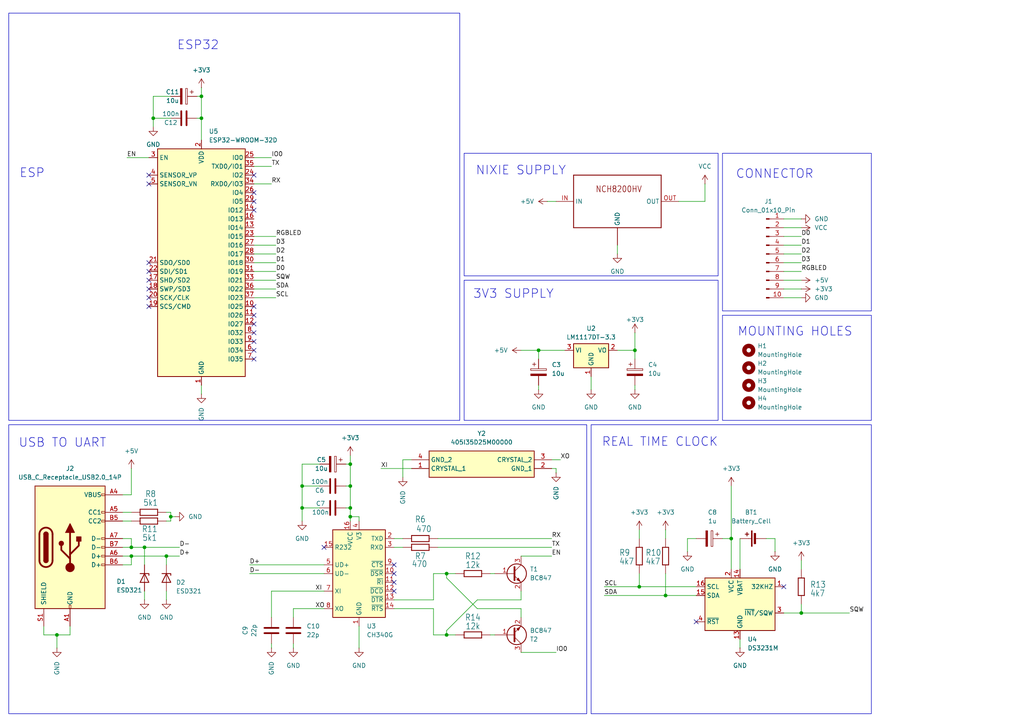
<source format=kicad_sch>
(kicad_sch (version 20250114) (generator "eeschema") (generator_version "9.0")
  (paper "A4")
  (lib_symbols
    (symbol "Connector:Conn_01x10_Pin" (pin_names (offset 1.016) (hide yes))
      (property "Reference" "J" (at 0 12.7 0))
      (property "Value" "Conn_01x10_Pin" (at 0 -15.24 0))
      (symbol "Conn_01x10_Pin_1_1"
        (rectangle (start 0.8636 10.287) (end 0 10.033) (stroke (width 0.1524)) (fill (type outline)))
        (rectangle (start 0.8636 7.747) (end 0 7.493) (stroke (width 0.1524)) (fill (type outline)))
        (rectangle (start 0.8636 5.207) (end 0 4.953) (stroke (width 0.1524)) (fill (type outline)))
        (rectangle (start 0.8636 2.667) (end 0 2.413) (stroke (width 0.1524)) (fill (type outline)))
        (rectangle (start 0.8636 0.127) (end 0 -0.127) (stroke (width 0.1524)) (fill (type outline)))
        (rectangle (start 0.8636 -2.413) (end 0 -2.667) (stroke (width 0.1524)) (fill (type outline)))
        (rectangle (start 0.8636 -4.953) (end 0 -5.207) (stroke (width 0.1524)) (fill (type outline)))
        (rectangle (start 0.8636 -7.493) (end 0 -7.747) (stroke (width 0.1524)) (fill (type outline)))
        (rectangle (start 0.8636 -10.033) (end 0 -10.287) (stroke (width 0.1524)) (fill (type outline)))
        (rectangle (start 0.8636 -12.573) (end 0 -12.827) (stroke (width 0.1524)) (fill (type outline)))
        (polyline (pts (xy 1.27 10.16) (xy 0.8636 10.16)) (stroke (width 0.1524)))
        (polyline (pts (xy 1.27 7.62) (xy 0.8636 7.62)) (stroke (width 0.1524)))
        (polyline (pts (xy 1.27 5.08) (xy 0.8636 5.08)) (stroke (width 0.1524)))
        (polyline (pts (xy 1.27 2.54) (xy 0.8636 2.54)) (stroke (width 0.1524)))
        (polyline (pts (xy 1.27 0) (xy 0.8636 0)) (stroke (width 0.1524)))
        (polyline (pts (xy 1.27 -2.54) (xy 0.8636 -2.54)) (stroke (width 0.1524)))
        (polyline (pts (xy 1.27 -5.08) (xy 0.8636 -5.08)) (stroke (width 0.1524)))
        (polyline (pts (xy 1.27 -7.62) (xy 0.8636 -7.62)) (stroke (width 0.1524)))
        (polyline (pts (xy 1.27 -10.16) (xy 0.8636 -10.16)) (stroke (width 0.1524)))
        (polyline (pts (xy 1.27 -12.7) (xy 0.8636 -12.7)) (stroke (width 0.1524)))
        (pin passive line (at 5.08 10.16 180) (length 3.81) (name "Pin_1") (number "1"))
        (pin passive line (at 5.08 7.62 180) (length 3.81) (name "Pin_2") (number "2"))
        (pin passive line (at 5.08 5.08 180) (length 3.81) (name "Pin_3") (number "3"))
        (pin passive line (at 5.08 2.54 180) (length 3.81) (name "Pin_4") (number "4"))
        (pin passive line (at 5.08 0 180) (length 3.81) (name "Pin_5") (number "5"))
        (pin passive line (at 5.08 -2.54 180) (length 3.81) (name "Pin_6") (number "6"))
        (pin passive line (at 5.08 -5.08 180) (length 3.81) (name "Pin_7") (number "7"))
        (pin passive line (at 5.08 -7.62 180) (length 3.81) (name "Pin_8") (number "8"))
        (pin passive line (at 5.08 -10.16 180) (length 3.81) (name "Pin_9") (number "9"))
        (pin passive line (at 5.08 -12.7 180) (length 3.81) (name "Pin_10") (number "10"))
      )
    )
    (symbol "Connector:USB_C_Receptacle_USB2.0_14P" (pin_names (offset 1.016))
      (property "Reference" "J" (at 0 22.225 0))
      (property "Value" "USB_C_Receptacle_USB2.0_14P" (at 0 19.685 0))
      (symbol "USB_C_Receptacle_USB2.0_14P_0_0"
        (rectangle (start -0.254 -17.78) (end 0.254 -16.764))
        (rectangle (start 10.16 15.494) (end 9.144 14.986))
        (rectangle (start 10.16 10.414) (end 9.144 9.906))
        (rectangle (start 10.16 7.874) (end 9.144 7.366))
        (rectangle (start 10.16 2.794) (end 9.144 2.286))
        (rectangle (start 10.16 0.254) (end 9.144 -0.254))
        (rectangle (start 10.16 -2.286) (end 9.144 -2.794))
        (rectangle (start 10.16 -4.826) (end 9.144 -5.334))
      )
      (symbol "USB_C_Receptacle_USB2.0_14P_0_1"
        (rectangle (start -10.16 17.78) (end 10.16 -17.78) (stroke (width 0.254)) (fill (type background)))
        (polyline (pts (xy -8.89 -3.81) (xy -8.89 3.81)) (stroke (width 0.508)))
        (rectangle (start -7.62 -3.81) (end -6.35 3.81) (stroke (width 0.254)) (fill (type outline)))
        (arc (start -7.62 3.81) (mid -6.985 4.4423) (end -6.35 3.81) (stroke (width 0.254)))
        (arc (start -7.62 3.81) (mid -6.985 4.4423) (end -6.35 3.81) (stroke (width 0.254)) (fill (type outline)))
        (arc (start -8.89 3.81) (mid -6.985 5.7067) (end -5.08 3.81) (stroke (width 0.508)))
        (arc (start -5.08 -3.81) (mid -6.985 -5.7067) (end -8.89 -3.81) (stroke (width 0.508)))
        (arc (start -6.35 -3.81) (mid -6.985 -4.4423) (end -7.62 -3.81) (stroke (width 0.254)))
        (arc (start -6.35 -3.81) (mid -6.985 -4.4423) (end -7.62 -3.81) (stroke (width 0.254)) (fill (type outline)))
        (polyline (pts (xy -5.08 3.81) (xy -5.08 -3.81)) (stroke (width 0.508)))
        (circle (center -2.54 1.143) (radius 0.635) (stroke (width 0.254)) (fill (type outline)))
        (polyline (pts (xy -1.27 4.318) (xy 0 6.858) (xy 1.27 4.318) (xy -1.27 4.318)) (stroke (width 0.254)) (fill (type outline)))
        (polyline (pts (xy 0 -2.032) (xy 2.54 0.508) (xy 2.54 1.778)) (stroke (width 0.508)))
        (polyline (pts (xy 0 -3.302) (xy -2.54 -0.762) (xy -2.54 0.508)) (stroke (width 0.508)))
        (polyline (pts (xy 0 -5.842) (xy 0 4.318)) (stroke (width 0.508)))
        (circle (center 0 -5.842) (radius 1.27) (fill (type outline)))
        (rectangle (start 1.905 1.778) (end 3.175 3.048) (stroke (width 0.254)) (fill (type outline)))
      )
      (symbol "USB_C_Receptacle_USB2.0_14P_1_1"
        (pin passive line (at -7.62 -22.86 90) (length 5.08) (name "SHIELD") (number "S1"))
        (pin passive line (at 0 -22.86 90) (length 5.08) (name "GND") (number "A1"))
        (pin passive line (at 0 -22.86 90) (length 5.08) (hide yes) (name "GND") (number "A12"))
        (pin passive line (at 0 -22.86 90) (length 5.08) (hide yes) (name "GND") (number "B1"))
        (pin passive line (at 0 -22.86 90) (length 5.08) (hide yes) (name "GND") (number "B12"))
        (pin passive line (at 15.24 15.24 180) (length 5.08) (name "VBUS") (number "A4"))
        (pin passive line (at 15.24 15.24 180) (length 5.08) (hide yes) (name "VBUS") (number "A9"))
        (pin passive line (at 15.24 15.24 180) (length 5.08) (hide yes) (name "VBUS") (number "B4"))
        (pin passive line (at 15.24 15.24 180) (length 5.08) (hide yes) (name "VBUS") (number "B9"))
        (pin bidirectional line (at 15.24 10.16 180) (length 5.08) (name "CC1") (number "A5"))
        (pin bidirectional line (at 15.24 7.62 180) (length 5.08) (name "CC2") (number "B5"))
        (pin bidirectional line (at 15.24 2.54 180) (length 5.08) (name "D-") (number "A7"))
        (pin bidirectional line (at 15.24 0 180) (length 5.08) (name "D-") (number "B7"))
        (pin bidirectional line (at 15.24 -2.54 180) (length 5.08) (name "D+") (number "A6"))
        (pin bidirectional line (at 15.24 -5.08 180) (length 5.08) (name "D+") (number "B6"))
      )
    )
    (symbol "Device:Battery_Cell" (pin_numbers (hide yes)) (pin_names (offset 0) (hide yes))
      (property "Reference" "BT" (at 2.54 2.54 0))
      (property "Value" "Battery_Cell" (at 2.54 0 0))
      (symbol "Battery_Cell_0_1"
        (rectangle (start -2.286 1.778) (end 2.286 1.524) (fill (type outline)))
        (rectangle (start -1.524 1.016) (end 1.524 0.508) (fill (type outline)))
        (polyline (pts (xy 0 1.778) (xy 0 2.54)))
        (polyline (pts (xy 0 0.762) (xy 0 0)))
        (polyline (pts (xy 0.762 3.048) (xy 1.778 3.048)) (stroke (width 0.254)))
        (polyline (pts (xy 1.27 3.556) (xy 1.27 2.54)) (stroke (width 0.254)))
      )
      (symbol "Battery_Cell_1_1"
        (pin passive line (at 0 5.08 270) (length 2.54) (name "+") (number "1"))
        (pin passive line (at 0 -2.54 90) (length 2.54) (name "-") (number "2"))
      )
    )
    (symbol "Device:C" (pin_numbers (hide yes)) (pin_names (offset 0.254))
      (property "Reference" "C" (at 0.635 2.54 0))
      (property "Value" "C" (at 0.635 -2.54 0))
      (symbol "C_0_1"
        (polyline (pts (xy -2.032 0.762) (xy 2.032 0.762)) (stroke (width 0.508)))
        (polyline (pts (xy -2.032 -0.762) (xy 2.032 -0.762)) (stroke (width 0.508)))
      )
      (symbol "C_1_1"
        (pin passive line (at 0 3.81 270) (length 2.794) (name "~") (number "1"))
        (pin passive line (at 0 -3.81 90) (length 2.794) (name "~") (number "2"))
      )
    )
    (symbol "Device:C_Polarized" (pin_numbers (hide yes)) (pin_names (offset 0.254))
      (property "Reference" "C" (at 0.635 2.54 0))
      (property "Value" "C_Polarized" (at 0.635 -2.54 0))
      (symbol "C_Polarized_0_1"
        (rectangle (start -2.286 0.508) (end 2.286 1.016))
        (polyline (pts (xy -1.778 2.286) (xy -0.762 2.286)))
        (polyline (pts (xy -1.27 2.794) (xy -1.27 1.778)))
        (rectangle (start 2.286 -0.508) (end -2.286 -1.016) (fill (type outline)))
      )
      (symbol "C_Polarized_1_1"
        (pin passive line (at 0 3.81 270) (length 2.794) (name "~") (number "1"))
        (pin passive line (at 0 -3.81 90) (length 2.794) (name "~") (number "2"))
      )
    )
    (symbol "Device:D_Zener" (pin_numbers (hide yes)) (pin_names (offset 1.016) (hide yes))
      (property "Reference" "D" (at 0 2.54 0))
      (property "Value" "D_Zener" (at 0 -2.54 0))
      (symbol "D_Zener_0_1"
        (polyline (pts (xy -1.27 -1.27) (xy -1.27 1.27) (xy -0.762 1.27)) (stroke (width 0.254)))
        (polyline (pts (xy 1.27 0) (xy -1.27 0)))
        (polyline (pts (xy 1.27 -1.27) (xy 1.27 1.27) (xy -1.27 0) (xy 1.27 -1.27)) (stroke (width 0.254)))
      )
      (symbol "D_Zener_1_1"
        (pin passive line (at -3.81 0 0) (length 2.54) (name "K") (number "1"))
        (pin passive line (at 3.81 0 180) (length 2.54) (name "A") (number "2"))
      )
    )
    (symbol "Interface_USB:CH340G"
      (property "Reference" "U" (at -5.08 13.97 0))
      (property "Value" "CH340G" (at 1.27 13.97 0))
      (symbol "CH340G_0_1"
        (rectangle (start -7.62 12.7) (end 7.62 -12.7) (stroke (width 0.254)) (fill (type background)))
      )
      (symbol "CH340G_1_1"
        (pin input line (at -10.16 7.62 0) (length 2.54) (name "R232") (number "15"))
        (pin bidirectional line (at -10.16 2.54 0) (length 2.54) (name "UD+") (number "5"))
        (pin bidirectional line (at -10.16 0 0) (length 2.54) (name "UD-") (number "6"))
        (pin input line (at -10.16 -5.08 0) (length 2.54) (name "XI") (number "7"))
        (pin output line (at -10.16 -10.16 0) (length 2.54) (name "XO") (number "8"))
        (pin power_in line (at -2.54 15.24 270) (length 2.54) (name "VCC") (number "16"))
        (pin power_out line (at 0 15.24 270) (length 2.54) (name "V3") (number "4"))
        (pin power_in line (at 0 -15.24 90) (length 2.54) (name "GND") (number "1"))
        (pin output line (at 10.16 10.16 180) (length 2.54) (name "TXD") (number "2"))
        (pin input line (at 10.16 7.62 180) (length 2.54) (name "RXD") (number "3"))
        (pin input line (at 10.16 2.54 180) (length 2.54) (name "~{CTS}") (number "9"))
        (pin input line (at 10.16 0 180) (length 2.54) (name "~{DSR}") (number "10"))
        (pin input line (at 10.16 -2.54 180) (length 2.54) (name "~{RI}") (number "11"))
        (pin input line (at 10.16 -5.08 180) (length 2.54) (name "~{DCD}") (number "12"))
        (pin output line (at 10.16 -7.62 180) (length 2.54) (name "~{DTR}") (number "13"))
        (pin output line (at 10.16 -10.16 180) (length 2.54) (name "~{RTS}") (number "14"))
      )
    )
    (symbol "Mechanical:MountingHole" (pin_names (offset 1.016)) (exclude_from_sim yes) (in_bom no)
      (property "Reference" "H" (at 0 5.08 0))
      (property "Value" "MountingHole" (at 0 3.175 0))
      (symbol "MountingHole_0_1"
        (circle (center 0 0) (radius 1.27) (stroke (width 1.27)))
      )
    )
    (symbol "RF_Module:ESP32-WROOM-32D"
      (property "Reference" "U" (at -12.7 34.29 0))
      (property "Value" "ESP32-WROOM-32D" (at 1.27 34.29 0))
      (symbol "ESP32-WROOM-32D_0_1"
        (rectangle (start -12.7 33.02) (end 12.7 -33.02) (stroke (width 0.254)) (fill (type background)))
      )
      (symbol "ESP32-WROOM-32D_1_1"
        (pin input line (at -15.24 30.48 0) (length 2.54) (name "EN") (number "3"))
        (pin input line (at -15.24 25.4 0) (length 2.54) (name "SENSOR_VP") (number "4"))
        (pin input line (at -15.24 22.86 0) (length 2.54) (name "SENSOR_VN") (number "5"))
        (pin bidirectional line (at -15.24 0 0) (length 2.54) (name "SDO/SD0") (number "21"))
        (pin bidirectional line (at -15.24 -2.54 0) (length 2.54) (name "SDI/SD1") (number "22"))
        (pin bidirectional line (at -15.24 -5.08 0) (length 2.54) (name "SHD/SD2") (number "17"))
        (pin bidirectional line (at -15.24 -7.62 0) (length 2.54) (name "SWP/SD3") (number "18"))
        (pin bidirectional line (at -15.24 -10.16 0) (length 2.54) (name "SCK/CLK") (number "20"))
        (pin bidirectional line (at -15.24 -12.7 0) (length 2.54) (name "SCS/CMD") (number "19"))
        (pin no_connect line (at -12.7 -27.94 0) (length 2.54) (hide yes) (name "NC") (number "32"))
        (pin power_in line (at 0 35.56 270) (length 2.54) (name "VDD") (number "2"))
        (pin power_in line (at 0 -35.56 90) (length 2.54) (name "GND") (number "1"))
        (pin passive line (at 0 -35.56 90) (length 2.54) (hide yes) (name "GND") (number "15"))
        (pin passive line (at 0 -35.56 90) (length 2.54) (hide yes) (name "GND") (number "38"))
        (pin passive line (at 0 -35.56 90) (length 2.54) (hide yes) (name "GND") (number "39"))
        (pin bidirectional line (at 15.24 30.48 180) (length 2.54) (name "IO0") (number "25"))
        (pin bidirectional line (at 15.24 27.94 180) (length 2.54) (name "TXD0/IO1") (number "35"))
        (pin bidirectional line (at 15.24 25.4 180) (length 2.54) (name "IO2") (number "24"))
        (pin bidirectional line (at 15.24 22.86 180) (length 2.54) (name "RXD0/IO3") (number "34"))
        (pin bidirectional line (at 15.24 20.32 180) (length 2.54) (name "IO4") (number "26"))
        (pin bidirectional line (at 15.24 17.78 180) (length 2.54) (name "IO5") (number "29"))
        (pin bidirectional line (at 15.24 15.24 180) (length 2.54) (name "IO12") (number "14"))
        (pin bidirectional line (at 15.24 12.7 180) (length 2.54) (name "IO13") (number "16"))
        (pin bidirectional line (at 15.24 10.16 180) (length 2.54) (name "IO14") (number "13"))
        (pin bidirectional line (at 15.24 7.62 180) (length 2.54) (name "IO15") (number "23"))
        (pin bidirectional line (at 15.24 5.08 180) (length 2.54) (name "IO16") (number "27"))
        (pin bidirectional line (at 15.24 2.54 180) (length 2.54) (name "IO17") (number "28"))
        (pin bidirectional line (at 15.24 0 180) (length 2.54) (name "IO18") (number "30"))
        (pin bidirectional line (at 15.24 -2.54 180) (length 2.54) (name "IO19") (number "31"))
        (pin bidirectional line (at 15.24 -5.08 180) (length 2.54) (name "IO21") (number "33"))
        (pin bidirectional line (at 15.24 -7.62 180) (length 2.54) (name "IO22") (number "36"))
        (pin bidirectional line (at 15.24 -10.16 180) (length 2.54) (name "IO23") (number "37"))
        (pin bidirectional line (at 15.24 -12.7 180) (length 2.54) (name "IO25") (number "10"))
        (pin bidirectional line (at 15.24 -15.24 180) (length 2.54) (name "IO26") (number "11"))
        (pin bidirectional line (at 15.24 -17.78 180) (length 2.54) (name "IO27") (number "12"))
        (pin bidirectional line (at 15.24 -20.32 180) (length 2.54) (name "IO32") (number "8"))
        (pin bidirectional line (at 15.24 -22.86 180) (length 2.54) (name "IO33") (number "9"))
        (pin input line (at 15.24 -25.4 180) (length 2.54) (name "IO34") (number "6"))
        (pin input line (at 15.24 -27.94 180) (length 2.54) (name "IO35") (number "7"))
      )
    )
    (symbol "Regulator_Linear:LM1117DT-3.3"
      (property "Reference" "U" (at -3.81 3.175 0))
      (property "Value" "LM1117DT-3.3" (at 0 3.175 0))
      (symbol "LM1117DT-3.3_0_1"
        (rectangle (start -5.08 -5.08) (end 5.08 1.905) (stroke (width 0.254)) (fill (type background)))
      )
      (symbol "LM1117DT-3.3_1_1"
        (pin power_in line (at -7.62 0 0) (length 2.54) (name "VI") (number "3"))
        (pin power_in line (at 0 -7.62 90) (length 2.54) (name "GND") (number "1"))
        (pin power_out line (at 7.62 0 180) (length 2.54) (name "VO") (number "2"))
      )
    )
    (symbol "Timer_RTC:DS3231M"
      (property "Reference" "U" (at -7.62 8.89 0))
      (property "Value" "DS3231M" (at 10.16 8.89 0))
      (symbol "DS3231M_0_1"
        (rectangle (start -10.16 7.62) (end 10.16 -7.62) (stroke (width 0.254)) (fill (type background)))
      )
      (symbol "DS3231M_1_1"
        (pin input line (at -12.7 5.08 0) (length 2.54) (name "SCL") (number "16"))
        (pin bidirectional line (at -12.7 2.54 0) (length 2.54) (name "SDA") (number "15"))
        (pin bidirectional line (at -12.7 -5.08 0) (length 2.54) (name "~{RST}") (number "4"))
        (pin power_in line (at -2.54 10.16 270) (length 2.54) (name "VCC") (number "2"))
        (pin power_in line (at 0 10.16 270) (length 2.54) (name "VBAT") (number "14"))
        (pin passive line (at 0 -10.16 90) (length 2.54) (hide yes) (name "GND") (number "10"))
        (pin passive line (at 0 -10.16 90) (length 2.54) (hide yes) (name "GND") (number "11"))
        (pin passive line (at 0 -10.16 90) (length 2.54) (hide yes) (name "GND") (number "12"))
        (pin power_in line (at 0 -10.16 90) (length 2.54) (name "GND") (number "13"))
        (pin passive line (at 0 -10.16 90) (length 2.54) (hide yes) (name "GND") (number "5"))
        (pin passive line (at 0 -10.16 90) (length 2.54) (hide yes) (name "GND") (number "6"))
        (pin passive line (at 0 -10.16 90) (length 2.54) (hide yes) (name "GND") (number "7"))
        (pin passive line (at 0 -10.16 90) (length 2.54) (hide yes) (name "GND") (number "8"))
        (pin passive line (at 0 -10.16 90) (length 2.54) (hide yes) (name "GND") (number "9"))
        (pin open_collector line (at 12.7 5.08 180) (length 2.54) (name "32KHZ") (number "1"))
        (pin open_collector line (at 12.7 -2.54 180) (length 2.54) (name "~{INT}/SQW") (number "3"))
      )
    )
    (symbol "Transistor_BJT:BC847" (pin_names (offset 0) (hide yes))
      (property "Reference" "Q" (at 5.08 1.905 0))
      (property "Value" "BC847" (at 5.08 0 0))
      (symbol "BC847_0_1"
        (polyline (pts (xy 0.635 1.905) (xy 0.635 -1.905) (xy 0.635 -1.905)) (stroke (width 0.508)))
        (polyline (pts (xy 0.635 0.635) (xy 2.54 2.54)))
        (polyline (pts (xy 0.635 -0.635) (xy 2.54 -2.54) (xy 2.54 -2.54)))
        (circle (center 1.27 0) (radius 2.8194) (stroke (width 0.254)))
        (polyline (pts (xy 1.27 -1.778) (xy 1.778 -1.27) (xy 2.286 -2.286) (xy 1.27 -1.778) (xy 1.27 -1.778)) (fill (type outline)))
      )
      (symbol "BC847_1_1"
        (pin input line (at -5.08 0 0) (length 5.715) (name "B") (number "1"))
        (pin passive line (at 2.54 5.08 270) (length 2.54) (name "C") (number "3"))
        (pin passive line (at 2.54 -5.08 90) (length 2.54) (name "E") (number "2"))
      )
    )
    (symbol "controlBoard-eagle-import:NCH8200HV"
      (symbol "NCH8200HV_1_0"
        (polyline (pts (xy 0 15.24) (xy 0 0)) (stroke (width 0.254)))
        (polyline (pts (xy 0 0) (xy 25.4 0)) (stroke (width 0.254)))
        (polyline (pts (xy 25.4 15.24) (xy 0 15.24)) (stroke (width 0.254)))
        (polyline (pts (xy 25.4 0) (xy 25.4 15.24)) (stroke (width 0.254)))
        (text "NCH8200HV" (at 6.35 10.16 0) (effects (font (size 1.778 1.5113)) (justify left bottom)))
        (pin bidirectional line (at -5.08 7.62 0) (length 5.08) (name "IN") (number "IN"))
        (pin bidirectional line (at 12.7 -5.08 90) (length 5.08) (name "GND") (number "GND@1"))
        (pin bidirectional line (at 12.7 -5.08 90) (length 5.08) (name "GND") (number "GND@2"))
        (pin bidirectional line (at 30.48 7.62 180) (length 5.08) (name "OUT") (number "OUT"))
      )
    )
    (symbol "controlBoard-eagle-import:R-EU_R0603"
      (property "Reference" "R" (at -3.81 1.4986 0))
      (symbol "R-EU_R0603_1_0"
        (polyline (pts (xy -2.54 -0.889) (xy -2.54 0.889)) (stroke (width 0.254)))
        (polyline (pts (xy -2.54 -0.889) (xy 2.54 -0.889)) (stroke (width 0.254)))
        (polyline (pts (xy 2.54 0.889) (xy -2.54 0.889)) (stroke (width 0.254)))
        (polyline (pts (xy 2.54 -0.889) (xy 2.54 0.889)) (stroke (width 0.254)))
        (pin passive line (at -5.08 0 0) (length 2.54) (name "1") (number "1"))
        (pin passive line (at 5.08 0 180) (length 2.54) (name "2") (number "2"))
      )
    )
    (symbol "cristal:405I35D25M00000"
      (property "Reference" "Y" (at 36.83 7.62 0))
      (property "Value" "405I35D25M00000" (at 36.83 5.08 0))
      (symbol "405I35D25M00000_1_1"
        (rectangle (start 5.08 2.54) (end 35.56 -5.08) (stroke (width 0.254)) (fill (type background)))
        (pin passive line (at 0 0 0) (length 5.08) (name "GND_2") (number "4"))
        (pin passive line (at 0 -2.54 0) (length 5.08) (name "CRYSTAL_1") (number "1"))
        (pin passive line (at 40.64 0 180) (length 5.08) (name "CRYSTAL_2") (number "3"))
        (pin passive line (at 40.64 -2.54 180) (length 5.08) (name "GND_1") (number "2"))
      )
    )
    (symbol "power:+3V3" (power) (pin_numbers (hide yes)) (pin_names (offset 0) (hide yes))
      (property "Value" "+3V3" (at 0 3.556 0))
      (symbol "+3V3_0_1"
        (polyline (pts (xy -0.762 1.27) (xy 0 2.54)))
        (polyline (pts (xy 0 2.54) (xy 0.762 1.27)))
        (polyline (pts (xy 0 0) (xy 0 2.54)))
      )
      (symbol "+3V3_1_1"
        (pin power_in line (at 0 0 90) (length 0) (name "~") (number "1"))
      )
    )
    (symbol "power:+5V" (power) (pin_numbers (hide yes)) (pin_names (offset 0) (hide yes))
      (property "Value" "+5V" (at 0 3.556 0))
      (symbol "+5V_0_1"
        (polyline (pts (xy -0.762 1.27) (xy 0 2.54)))
        (polyline (pts (xy 0 2.54) (xy 0.762 1.27)))
        (polyline (pts (xy 0 0) (xy 0 2.54)))
      )
      (symbol "+5V_1_1"
        (pin power_in line (at 0 0 90) (length 0) (name "~") (number "1"))
      )
    )
    (symbol "power:GND" (power) (pin_numbers (hide yes)) (pin_names (offset 0) (hide yes))
      (property "Value" "GND" (at 0 -3.81 0))
      (symbol "GND_0_1"
        (polyline (pts (xy 0 0) (xy 0 -1.27) (xy 1.27 -1.27) (xy 0 -2.54) (xy -1.27 -1.27) (xy 0 -1.27)))
      )
      (symbol "GND_1_1"
        (pin power_in line (at 0 0 270) (length 0) (name "~") (number "1"))
      )
    )
    (symbol "power:VCC" (power) (pin_numbers (hide yes)) (pin_names (offset 0) (hide yes))
      (property "Value" "VCC" (at 0 3.556 0))
      (symbol "VCC_0_1"
        (polyline (pts (xy -0.762 1.27) (xy 0 2.54)))
        (polyline (pts (xy 0 2.54) (xy 0.762 1.27)))
        (polyline (pts (xy 0 0) (xy 0 2.54)))
      )
      (symbol "VCC_1_1"
        (pin power_in line (at 0 0 90) (length 0) (name "~") (number "1"))
      )
    )
  )
  (rectangle (start 134.62 44.45) (end 208.28 80.01))
  (rectangle (start 134.62 81.28) (end 208.28 121.92))
  (rectangle (start 171.45 123.19) (end 252.73 207.01))
  (rectangle (start 209.55 44.45) (end 252.73 90.17))
  (rectangle (start 209.55 91.44) (end 252.73 121.92))
  (rectangle (start 2.54 3.81) (end 133.35 121.92))
  (rectangle (start 2.54 123.19) (end 170.18 207.01))
  (text "ESP32" (at 51.308 13.208 0) (effects (font (size 2.54 2.54)) (justify left)))
  (text "CONNECTOR" (at 213.36 50.546 0) (effects (font (size 2.54 2.54)) (justify left)))
  (text "NIXIE SUPPLY" (at 137.922 49.53 0) (effects (font (size 2.54 2.54)) (justify left)))
  (text "USB TO UART" (at 5.334 128.524 0) (effects (font (size 2.54 2.54)) (justify left)))
  (text "3V3 SUPPLY" (at 137.16 85.344 0) (effects (font (size 2.54 2.54)) (justify left)))
  (text "REAL TIME CLOCK" (at 174.498 128.27 0) (effects (font (size 2.54 2.54)) (justify left)))
  (text "MOUNTING HOLES" (at 213.868 96.266 0) (effects (font (size 2.54 2.54)) (justify left)))
  (text "ESP" (at 5.588 50.292 0) (effects (font (size 2.54 2.54)) (justify left)))
  (junction (at 156.21 101.6))
  (junction (at 101.6 149.86))
  (junction (at 58.42 27.94))
  (junction (at 38.1 161.29))
  (junction (at 232.41 177.8))
  (junction (at 101.6 140.97))
  (junction (at 184.15 101.6))
  (junction (at 16.51 184.15))
  (junction (at 58.42 34.29))
  (junction (at 212.09 156.21))
  (junction (at 193.04 172.72))
  (junction (at 101.6 134.62))
  (junction (at 41.91 158.75))
  (junction (at 44.45 34.29))
  (junction (at 101.6 147.32))
  (junction (at 185.42 170.18))
  (junction (at 129.54 184.15))
  (junction (at 129.54 166.37))
  (junction (at 48.26 161.29))
  (junction (at 38.1 158.75))
  (junction (at 87.63 140.97))
  (junction (at 87.63 147.32))
  (junction (at 49.53 149.86))
  (no_connect (at 114.3 166.37))
  (no_connect (at 73.66 58.42))
  (no_connect (at 73.66 96.52))
  (no_connect (at 43.18 78.74))
  (no_connect (at 73.66 88.9))
  (no_connect (at 73.66 50.8))
  (no_connect (at 114.3 168.91))
  (no_connect (at 43.18 76.2))
  (no_connect (at 73.66 55.88))
  (no_connect (at 43.18 81.28))
  (no_connect (at 73.66 99.06))
  (no_connect (at 73.66 60.96))
  (no_connect (at 43.18 88.9))
  (no_connect (at 114.3 163.83))
  (no_connect (at 114.3 171.45))
  (no_connect (at 73.66 91.44))
  (no_connect (at 93.98 158.75))
  (no_connect (at 43.18 53.34))
  (no_connect (at 73.66 101.6))
  (no_connect (at 73.66 104.14))
  (no_connect (at 73.66 93.98))
  (no_connect (at 227.33 170.18))
  (no_connect (at 201.93 180.34))
  (no_connect (at 43.18 86.36))
  (no_connect (at 43.18 50.8))
  (no_connect (at 43.18 83.82))
  (wire (pts (xy 16.51 184.15) (xy 20.32 184.15)))
  (wire (pts (xy 48.26 148.59) (xy 49.53 148.59)))
  (wire (pts (xy 199.39 156.21) (xy 199.39 160.02)))
  (wire (pts (xy 73.66 71.12) (xy 80.01 71.12)))
  (wire (pts (xy 224.79 156.21) (xy 224.79 160.02)))
  (wire (pts (xy 119.38 133.35) (xy 116.84 133.35)))
  (wire (pts (xy 232.41 177.8) (xy 246.38 177.8)))
  (wire (pts (xy 73.66 83.82) (xy 80.01 83.82)))
  (wire (pts (xy 184.15 96.52) (xy 184.15 101.6)))
  (wire (pts (xy 101.6 140.97) (xy 101.6 147.32)))
  (wire (pts (xy 35.56 151.13) (xy 38.1 151.13)))
  (wire (pts (xy 179.07 71.12) (xy 179.07 73.66)) (stroke (width 0.1524)))
  (wire (pts (xy 85.09 186.69) (xy 85.09 187.96)))
  (wire (pts (xy 85.09 176.53) (xy 85.09 179.07)))
  (wire (pts (xy 92.71 134.62) (xy 87.63 134.62)))
  (wire (pts (xy 48.26 161.29) (xy 48.26 163.83)))
  (wire (pts (xy 161.29 58.42) (xy 158.75 58.42)) (stroke (width 0.1524)))
  (wire (pts (xy 227.33 177.8) (xy 232.41 177.8)))
  (wire (pts (xy 78.74 171.45) (xy 93.98 171.45)))
  (wire (pts (xy 142.24 166.37) (xy 143.51 166.37)))
  (wire (pts (xy 58.42 27.94) (xy 58.42 34.29)))
  (wire (pts (xy 35.56 163.83) (xy 38.1 163.83)))
  (wire (pts (xy 151.13 171.45) (xy 151.13 173.99)))
  (wire (pts (xy 214.63 185.42) (xy 214.63 187.96)))
  (wire (pts (xy 227.33 71.12) (xy 232.41 71.12)))
  (wire (pts (xy 73.66 81.28) (xy 80.01 81.28)))
  (wire (pts (xy 151.13 176.53) (xy 151.13 179.07)))
  (wire (pts (xy 20.32 181.61) (xy 20.32 184.15)))
  (wire (pts (xy 227.33 81.28) (xy 232.41 81.28)))
  (wire (pts (xy 73.66 86.36) (xy 80.01 86.36)))
  (wire (pts (xy 36.83 45.72) (xy 43.18 45.72)))
  (wire (pts (xy 35.56 158.75) (xy 38.1 158.75)))
  (wire (pts (xy 171.45 109.22) (xy 171.45 113.03)))
  (wire (pts (xy 48.26 171.45) (xy 48.26 173.99)))
  (wire (pts (xy 160.02 135.89) (xy 161.29 135.89)))
  (wire (pts (xy 44.45 27.94) (xy 49.53 27.94)))
  (wire (pts (xy 57.15 27.94) (xy 58.42 27.94)))
  (wire (pts (xy 73.66 48.26) (xy 78.74 48.26)))
  (wire (pts (xy 87.63 134.62) (xy 87.63 140.97)))
  (wire (pts (xy 114.3 158.75) (xy 116.84 158.75)))
  (wire (pts (xy 214.63 156.21) (xy 214.63 165.1)))
  (wire (pts (xy 184.15 101.6) (xy 184.15 104.14)))
  (wire (pts (xy 38.1 156.21) (xy 38.1 158.75)))
  (wire (pts (xy 116.84 133.35) (xy 116.84 138.43)))
  (wire (pts (xy 35.56 148.59) (xy 38.1 148.59)))
  (wire (pts (xy 41.91 158.75) (xy 41.91 163.83)))
  (wire (pts (xy 151.13 173.99) (xy 138.43 173.99)))
  (wire (pts (xy 48.26 161.29) (xy 52.07 161.29)))
  (wire (pts (xy 227.33 83.82) (xy 232.41 83.82)))
  (wire (pts (xy 73.66 68.58) (xy 80.01 68.58)))
  (wire (pts (xy 199.39 156.21) (xy 201.93 156.21)))
  (wire (pts (xy 78.74 179.07) (xy 78.74 171.45)))
  (wire (pts (xy 156.21 101.6) (xy 156.21 104.14)))
  (wire (pts (xy 125.73 184.15) (xy 129.54 184.15)))
  (wire (pts (xy 185.42 170.18) (xy 201.93 170.18)))
  (wire (pts (xy 129.54 166.37) (xy 132.08 166.37)))
  (wire (pts (xy 49.53 148.59) (xy 49.53 149.86)))
  (wire (pts (xy 73.66 73.66) (xy 80.01 73.66)))
  (wire (pts (xy 73.66 53.34) (xy 78.74 53.34)))
  (wire (pts (xy 209.55 156.21) (xy 212.09 156.21)))
  (wire (pts (xy 179.07 101.6) (xy 184.15 101.6)))
  (wire (pts (xy 44.45 34.29) (xy 44.45 36.83)))
  (wire (pts (xy 12.7 181.61) (xy 12.7 184.15)))
  (wire (pts (xy 129.54 166.37) (xy 129.54 167.64)))
  (wire (pts (xy 41.91 158.75) (xy 52.07 158.75)))
  (wire (pts (xy 38.1 158.75) (xy 41.91 158.75)))
  (wire (pts (xy 73.66 78.74) (xy 80.01 78.74)))
  (wire (pts (xy 104.14 181.61) (xy 104.14 187.96)))
  (wire (pts (xy 101.6 132.08) (xy 101.6 134.62)))
  (wire (pts (xy 101.6 147.32) (xy 101.6 149.86)))
  (wire (pts (xy 104.14 149.86) (xy 104.14 151.13)))
  (wire (pts (xy 161.29 135.89) (xy 161.29 137.16)))
  (wire (pts (xy 193.04 153.67) (xy 193.04 156.21)))
  (wire (pts (xy 227.33 66.04) (xy 232.41 66.04)))
  (wire (pts (xy 87.63 151.13) (xy 87.63 147.32)))
  (wire (pts (xy 138.43 173.99) (xy 129.54 182.88)))
  (wire (pts (xy 185.42 153.67) (xy 185.42 156.21)))
  (wire (pts (xy 114.3 176.53) (xy 125.73 176.53)))
  (wire (pts (xy 101.6 134.62) (xy 101.6 140.97)))
  (wire (pts (xy 12.7 184.15) (xy 16.51 184.15)))
  (wire (pts (xy 151.13 101.6) (xy 156.21 101.6)))
  (wire (pts (xy 227.33 63.5) (xy 232.41 63.5)))
  (wire (pts (xy 193.04 172.72) (xy 201.93 172.72)))
  (wire (pts (xy 196.85 58.42) (xy 204.47 58.42)) (stroke (width 0.1524)))
  (wire (pts (xy 212.09 140.97) (xy 212.09 156.21)))
  (wire (pts (xy 114.3 156.21) (xy 116.84 156.21)))
  (wire (pts (xy 138.43 176.53) (xy 129.54 167.64)))
  (wire (pts (xy 125.73 166.37) (xy 125.73 173.99)))
  (wire (pts (xy 73.66 76.2) (xy 80.01 76.2)))
  (wire (pts (xy 193.04 166.37) (xy 193.04 172.72)))
  (wire (pts (xy 48.26 151.13) (xy 49.53 151.13)))
  (wire (pts (xy 72.39 166.37) (xy 93.98 166.37)))
  (wire (pts (xy 72.39 163.83) (xy 93.98 163.83)))
  (wire (pts (xy 41.91 171.45) (xy 41.91 173.99)))
  (wire (pts (xy 156.21 111.76) (xy 156.21 113.03)))
  (wire (pts (xy 78.74 187.96) (xy 78.74 186.69)))
  (wire (pts (xy 73.66 45.72) (xy 78.74 45.72)))
  (wire (pts (xy 125.73 176.53) (xy 125.73 184.15)))
  (wire (pts (xy 49.53 34.29) (xy 44.45 34.29)))
  (wire (pts (xy 100.33 134.62) (xy 101.6 134.62)))
  (wire (pts (xy 49.53 149.86) (xy 50.8 149.86)))
  (wire (pts (xy 227.33 68.58) (xy 232.41 68.58)))
  (wire (pts (xy 35.56 156.21) (xy 38.1 156.21)))
  (wire (pts (xy 87.63 147.32) (xy 92.71 147.32)))
  (wire (pts (xy 57.15 34.29) (xy 58.42 34.29)))
  (wire (pts (xy 175.26 170.18) (xy 185.42 170.18)))
  (wire (pts (xy 232.41 175.26) (xy 232.41 177.8)))
  (wire (pts (xy 127 156.21) (xy 160.02 156.21)))
  (wire (pts (xy 151.13 176.53) (xy 138.43 176.53)))
  (wire (pts (xy 49.53 149.86) (xy 49.53 151.13)))
  (wire (pts (xy 58.42 34.29) (xy 58.42 40.64)))
  (wire (pts (xy 58.42 111.76) (xy 58.42 114.3)))
  (wire (pts (xy 87.63 140.97) (xy 87.63 147.32)))
  (wire (pts (xy 35.56 161.29) (xy 38.1 161.29)))
  (wire (pts (xy 204.47 58.42) (xy 204.47 53.34)) (stroke (width 0.1524)))
  (wire (pts (xy 92.71 140.97) (xy 87.63 140.97)))
  (wire (pts (xy 227.33 76.2) (xy 232.41 76.2)))
  (wire (pts (xy 151.13 161.29) (xy 160.02 161.29)))
  (wire (pts (xy 212.09 156.21) (xy 212.09 165.1)))
  (wire (pts (xy 85.09 176.53) (xy 93.98 176.53)))
  (wire (pts (xy 129.54 182.88) (xy 129.54 184.15)))
  (wire (pts (xy 129.54 184.15) (xy 132.08 184.15)))
  (wire (pts (xy 184.15 111.76) (xy 184.15 113.03)))
  (wire (pts (xy 114.3 173.99) (xy 125.73 173.99)))
  (wire (pts (xy 110.49 135.89) (xy 119.38 135.89)))
  (wire (pts (xy 175.26 172.72) (xy 193.04 172.72)))
  (wire (pts (xy 101.6 149.86) (xy 104.14 149.86)))
  (wire (pts (xy 38.1 143.51) (xy 38.1 135.89)))
  (wire (pts (xy 232.41 162.56) (xy 232.41 165.1)))
  (wire (pts (xy 16.51 184.15) (xy 16.51 187.96)))
  (wire (pts (xy 38.1 161.29) (xy 38.1 163.83)))
  (wire (pts (xy 227.33 73.66) (xy 232.41 73.66)))
  (wire (pts (xy 101.6 149.86) (xy 101.6 151.13)))
  (wire (pts (xy 185.42 166.37) (xy 185.42 170.18)))
  (wire (pts (xy 222.25 156.21) (xy 224.79 156.21)))
  (wire (pts (xy 151.13 189.23) (xy 161.29 189.23)))
  (wire (pts (xy 58.42 25.4) (xy 58.42 27.94)))
  (wire (pts (xy 156.21 101.6) (xy 163.83 101.6)))
  (wire (pts (xy 142.24 184.15) (xy 143.51 184.15)))
  (wire (pts (xy 125.73 166.37) (xy 129.54 166.37)))
  (wire (pts (xy 44.45 27.94) (xy 44.45 34.29)))
  (wire (pts (xy 100.33 147.32) (xy 101.6 147.32)))
  (wire (pts (xy 100.33 140.97) (xy 101.6 140.97)))
  (wire (pts (xy 38.1 161.29) (xy 48.26 161.29)))
  (wire (pts (xy 227.33 78.74) (xy 232.41 78.74)))
  (wire (pts (xy 160.02 133.35) (xy 162.56 133.35)))
  (wire (pts (xy 35.56 143.51) (xy 38.1 143.51)))
  (wire (pts (xy 227.33 86.36) (xy 232.41 86.36)))
  (wire (pts (xy 127 158.75) (xy 160.02 158.75)))
  (label "EN" (at 160.02 161.29 0))
  (label "D3" (at 80.01 71.12 0))
  (label "D2" (at 80.01 73.66 0))
  (label "RGBLED" (at 232.41 78.74 0))
  (label "D0" (at 80.01 78.74 0))
  (label "D-" (at 72.39 166.37 0))
  (label "XO" (at 162.56 133.35 0))
  (label "D+" (at 52.07 161.29 0))
  (label "SDA" (at 175.26 172.72 0))
  (label "D2" (at 232.41 73.66 0))
  (label "IO0" (at 78.74 45.72 0))
  (label "D1" (at 232.41 71.12 0))
  (label "SQW" (at 246.38 177.8 0))
  (label "RX" (at 78.74 53.34 0))
  (label "D3" (at 232.41 76.2 0))
  (label "SQW" (at 80.01 81.28 0))
  (label "D1" (at 80.01 76.2 0))
  (label "EN" (at 36.83 45.72 0))
  (label "RGBLED" (at 80.01 68.58 0))
  (label "TX" (at 78.74 48.26 0))
  (label "RX" (at 160.02 156.21 0))
  (label "IO0" (at 161.29 189.23 0))
  (label "TX" (at 160.02 158.75 0))
  (label "D+" (at 72.39 163.83 0))
  (label "SDA" (at 80.01 83.82 0))
  (label "SCL" (at 80.01 86.36 0))
  (label "XI" (at 91.44 171.45 0))
  (label "D-" (at 52.07 158.75 0))
  (label "XI" (at 110.49 135.89 0))
  (label "D0" (at 232.41 68.58 0))
  (label "SCL" (at 175.26 170.18 0))
  (label "XO" (at 91.44 176.53 0))
  (symbol (lib_id "power:GND") (at 78.74 187.96 0) (unit 1)
    (property "Reference" "#PWR033" (effects (hide yes)))
    (property "Value" "GND" (at 78.7399 191.77 90) (effects (justify right)))
    (property "Description" "Power symbol creates a global label with name \"GND\" , ground" (effects (hide yes)))
  )
  (symbol (lib_id "power:GND") (at 87.63 151.13 0) (unit 1)
    (property "Reference" "#PWR024" (effects (hide yes)))
    (property "Value" "GND" (at 87.63 156.21 0))
    (property "Description" "Power symbol creates a global label with name \"GND\" , ground" (effects (hide yes)))
  )
  (symbol (lib_id "Mechanical:MountingHole") (at 217.17 101.6 0) (unit 1) (exclude_from_sim yes) (in_bom no)
    (property "Reference" "H1" (at 219.71 100.3299 0) (effects (justify left)))
    (property "Value" "MountingHole" (at 219.71 102.8699 0) (effects (justify left)))
    (property "Footprint" "MountingHole:MountingHole_3.2mm_M3" (effects (hide yes)))
    (property "Description" "Mounting Hole without connection" (effects (hide yes)))
  )
  (symbol (lib_id "power:GND") (at 50.8 149.86 90) (unit 1)
    (property "Reference" "#PWR029" (effects (hide yes)))
    (property "Value" "GND" (at 54.61 149.8599 90) (effects (justify right)))
    (property "Description" "Power symbol creates a global label with name \"GND\" , ground" (effects (hide yes)))
  )
  (symbol (lib_id "power:VCC") (at 204.47 53.34 0) (unit 1)
    (property "Reference" "#PWR01" (effects (hide yes)))
    (property "Value" "VCC" (at 204.47 48.26 0))
    (property "Description" "Power symbol creates a global label with name \"VCC\"" (effects (hide yes)))
  )
  (symbol (lib_id "Transistor_BJT:BC847") (at 148.59 166.37 0) (unit 1)
    (property "Reference" "T1" (at 153.67 165.0999 0) (effects (justify left)))
    (property "Value" "BC847" (at 153.67 167.6399 0) (effects (justify left)))
    (property "Footprint" "Package_TO_SOT_SMD:SOT-23" (effects (hide yes)))
    (property "Datasheet" "http://www.infineon.com/dgdl/Infineon-BC847SERIES_BC848SERIES_BC849SERIES_BC850SERIES-DS-v01_01-en.pdf?fileId=db3a304314dca389011541d4630a1657" (effects (hide yes)))
    (property "Description" "0.1A Ic, 45V Vce, NPN Transistor, SOT-23" (effects (hide yes)))
  )
  (symbol (lib_id "Mechanical:MountingHole") (at 217.17 116.84 0) (unit 1) (exclude_from_sim yes) (in_bom no)
    (property "Reference" "H4" (at 219.71 115.5699 0) (effects (justify left)))
    (property "Value" "MountingHole" (at 219.71 118.1099 0) (effects (justify left)))
    (property "Footprint" "MountingHole:MountingHole_3.2mm_M3" (effects (hide yes)))
    (property "Description" "Mounting Hole without connection" (effects (hide yes)))
  )
  (symbol (lib_id "controlBoard-eagle-import:R-EU_R0603") (at 193.04 161.29 90) (unit 1)
    (property "Reference" "R10" (at 187.198 160.274 90) (effects (font (size 1.778 1.5113)) (justify right)))
    (property "Value" "4k7" (at 187.198 162.814 90) (effects (font (size 1.778 1.5113)) (justify right)))
    (property "Footprint" "Resistor_SMD:R_0603_1608Metric" (effects (hide yes)))
    (property "Description" "RESISTOR, European symbol" (effects (hide yes)))
  )
  (symbol (lib_id "Device:C") (at 78.74 182.88 0) (unit 1)
    (property "Reference" "C9" (at 71.12 182.88 90))
    (property "Value" "22p" (at 73.66 182.88 90))
    (property "Footprint" "Capacitor_SMD:C_0603_1608Metric" (effects (hide yes)))
    (property "Description" "Unpolarized capacitor" (effects (hide yes)))
  )
  (symbol (lib_id "power:GND") (at 224.79 160.02 0) (unit 1)
    (property "Reference" "#PWR028" (effects (hide yes)))
    (property "Value" "GND" (at 224.79 165.1 0))
    (property "Description" "Power symbol creates a global label with name \"GND\" , ground" (effects (hide yes)))
  )
  (symbol (lib_id "power:GND") (at 232.41 63.5 90) (unit 1)
    (property "Reference" "#PWR04" (effects (hide yes)))
    (property "Value" "GND" (at 236.22 63.4999 90) (effects (justify right)))
    (property "Description" "Power symbol creates a global label with name \"GND\" , ground" (effects (hide yes)))
  )
  (symbol (lib_id "controlBoard-eagle-import:R-EU_R0603") (at 43.18 148.59 0) (unit 1)
    (property "Reference" "R8" (at 43.688 143.256 0) (effects (font (size 1.778 1.5113))))
    (property "Value" "5k1" (at 43.688 145.796 0) (effects (font (size 1.778 1.5113))))
    (property "Footprint" "Resistor_SMD:R_0603_1608Metric" (effects (hide yes)))
    (property "Description" "RESISTOR, European symbol" (effects (hide yes)))
  )
  (symbol (lib_id "power:GND") (at 199.39 160.02 0) (unit 1)
    (property "Reference" "#PWR027" (effects (hide yes)))
    (property "Value" "GND" (at 199.39 165.1 0))
    (property "Description" "Power symbol creates a global label with name \"GND\" , ground" (effects (hide yes)))
  )
  (symbol (lib_id "power:GND") (at 171.45 113.03 0) (unit 1)
    (property "Reference" "#PWR019" (effects (hide yes)))
    (property "Value" "GND" (at 171.45 118.11 0))
    (property "Description" "Power symbol creates a global label with name \"GND\" , ground" (effects (hide yes)))
  )
  (symbol (lib_id "Connector:USB_C_Receptacle_USB2.0_14P") (at 20.32 158.75 0) (unit 1)
    (property "Reference" "J2" (at 20.32 135.89 0))
    (property "Value" "USB_C_Receptacle_USB2.0_14P" (at 20.32 138.43 0))
    (property "Footprint" "Connector_USB:USB_C_Receptacle_GCT_USB4105-xx-A_16P_TopMnt_Horizontal" (effects (hide yes)))
    (property "Datasheet" "https://www.usb.org/sites/default/files/documents/usb_type-c.zip" (effects (hide yes)))
    (property "Description" "USB 2.0-only 14P Type-C Receptacle connector" (effects (hide yes)))
  )
  (symbol (lib_id "controlBoard-eagle-import:R-EU_R0603") (at 137.16 166.37 0) (unit 1)
    (property "Reference" "R12" (at 137.16 161.29 0) (effects (font (size 1.778 1.5113))))
    (property "Value" "12k" (at 137.16 163.83 0) (effects (font (size 1.778 1.5113))))
    (property "Footprint" "Resistor_SMD:R_0603_1608Metric" (effects (hide yes)))
    (property "Description" "RESISTOR, European symbol" (effects (hide yes)))
  )
  (symbol (lib_id "power:GND") (at 214.63 187.96 0) (unit 1)
    (property "Reference" "#PWR036" (effects (hide yes)))
    (property "Value" "GND" (at 214.63 193.04 0))
    (property "Description" "Power symbol creates a global label with name \"GND\" , ground" (effects (hide yes)))
  )
  (symbol (lib_id "power:+3V3") (at 58.42 25.4 0) (unit 1)
    (property "Reference" "#PWR039" (effects (hide yes)))
    (property "Value" "+3V3" (at 58.42 20.32 0))
    (property "Description" "Power symbol creates a global label with name \"+3V3\"" (effects (hide yes)))
  )
  (symbol (lib_id "power:GND") (at 161.29 137.16 0) (unit 1)
    (property "Reference" "#PWR041" (effects (hide yes)))
    (property "Value" "GND" (at 161.2899 140.97 90) (effects (justify right)))
    (property "Description" "Power symbol creates a global label with name \"GND\" , ground" (effects (hide yes)))
  )
  (symbol (lib_id "cristal:405I35D25M00000") (at 119.38 133.35 0) (unit 1)
    (property "Reference" "Y2" (at 139.7 125.73 0))
    (property "Value" "405I35D25M00000" (at 139.7 128.27 0))
    (property "Footprint" "405I35D25M00000" (effects (hide yes)))
    (property "Datasheet" "https://datasheet.datasheetarchive.com/originals/dk/DKDS-12/236326.pdf" (effects (hide yes)))
    (property "Description" "Crystals 25MHz 30ppm 18pF -40C + 85C" (effects (hide yes)))
    (property "Height" "1" (effects (hide yes)))
    (property "Mouser Part Number" "774-405I35D25M00000" (effects (hide yes)))
    (property "Mouser Price/Stock" "https://www.mouser.co.uk/ProductDetail/CTS-Electronic-Components/405I35D25M00000?qs=PDIOggHaj2xB36St46TZ9g%3D%3D" (effects (hide yes)))
    (property "Manufacturer_Name" "CTS" (effects (hide yes)))
    (property "Manufacturer_Part_Number" "405I35D25M00000" (effects (hide yes)))
  )
  (symbol (lib_id "Device:C_Polarized") (at 156.21 107.95 0) (unit 1)
    (property "Reference" "C3" (at 160.02 105.7909 0) (effects (justify left)))
    (property "Value" "10u" (at 160.02 108.3309 0) (effects (justify left)))
    (property "Footprint" "Capacitor_Tantalum_SMD:CP_EIA-3216-10_Kemet-I" (effects (hide yes)))
    (property "Description" "Polarized capacitor" (effects (hide yes)))
  )
  (symbol (lib_id "controlBoard-eagle-import:NCH8200HV") (at 166.37 66.04 0) (unit 1)
    (property "Reference" "UNK1" (effects (hide yes)))
    (property "Value" "NCH8200HV" (effects (hide yes)))
    (property "Footprint" "controlBoard:NCH8200HV" (effects (hide yes)))
  )
  (symbol (lib_id "Device:C") (at 85.09 182.88 0) (unit 1)
    (property "Reference" "C10" (at 88.9 181.6099 0) (effects (justify left)))
    (property "Value" "22p" (at 88.9 184.1499 0) (effects (justify left)))
    (property "Footprint" "Capacitor_SMD:C_0603_1608Metric" (effects (hide yes)))
    (property "Description" "Unpolarized capacitor" (effects (hide yes)))
  )
  (symbol (lib_id "Transistor_BJT:BC847") (at 148.59 184.15 0) (mirror x) (unit 1)
    (property "Reference" "T2" (at 153.67 185.4201 0) (effects (justify left)))
    (property "Value" "BC847" (at 153.67 182.8801 0) (effects (justify left)))
    (property "Footprint" "Package_TO_SOT_SMD:SOT-23" (effects (hide yes)))
    (property "Datasheet" "http://www.infineon.com/dgdl/Infineon-BC847SERIES_BC848SERIES_BC849SERIES_BC850SERIES-DS-v01_01-en.pdf?fileId=db3a304314dca389011541d4630a1657" (effects (hide yes)))
    (property "Description" "0.1A Ic, 45V Vce, NPN Transistor, SOT-23" (effects (hide yes)))
  )
  (symbol (lib_id "power:GND") (at 85.09 187.96 0) (unit 1)
    (property "Reference" "#PWR034" (effects (hide yes)))
    (property "Value" "GND" (at 85.09 193.04 0))
    (property "Description" "Power symbol creates a global label with name \"GND\" , ground" (effects (hide yes)))
  )
  (symbol (lib_id "power:VCC") (at 232.41 66.04 270) (unit 1)
    (property "Reference" "#PWR06" (effects (hide yes)))
    (property "Value" "VCC" (at 236.22 66.0399 90) (effects (justify left)))
    (property "Description" "Power symbol creates a global label with name \"VCC\"" (effects (hide yes)))
  )
  (symbol (lib_id "power:GND") (at 184.15 113.03 0) (unit 1)
    (property "Reference" "#PWR020" (effects (hide yes)))
    (property "Value" "GND" (at 184.15 118.11 0))
    (property "Description" "Power symbol creates a global label with name \"GND\" , ground" (effects (hide yes)))
  )
  (symbol (lib_id "power:+3V3") (at 185.42 153.67 0) (unit 1)
    (property "Reference" "#PWR025" (effects (hide yes)))
    (property "Value" "+3V3" (at 185.42 148.59 0))
    (property "Description" "Power symbol creates a global label with name \"+3V3\"" (effects (hide yes)))
  )
  (symbol (lib_id "power:GND") (at 156.21 113.03 0) (unit 1)
    (property "Reference" "#PWR018" (effects (hide yes)))
    (property "Value" "GND" (at 156.21 118.11 0))
    (property "Description" "Power symbol creates a global label with name \"GND\" , ground" (effects (hide yes)))
  )
  (symbol (lib_id "Device:C") (at 96.52 140.97 270) (unit 1)
    (property "Reference" "C6" (at 92.71 142.24 90))
    (property "Value" "100n" (at 92.71 139.7 90))
    (property "Footprint" "Capacitor_SMD:C_0603_1608Metric" (effects (hide yes)))
    (property "Description" "Unpolarized capacitor" (effects (hide yes)))
  )
  (symbol (lib_id "power:+5V") (at 232.41 81.28 270) (unit 1)
    (property "Reference" "#PWR09" (effects (hide yes)))
    (property "Value" "+5V" (at 236.22 81.2799 90) (effects (justify left)))
    (property "Description" "Power symbol creates a global label with name \"+5V\"" (effects (hide yes)))
  )
  (symbol (lib_id "Device:Battery_Cell") (at 219.71 156.21 90) (unit 1)
    (property "Reference" "BT1" (at 217.8685 148.59 90))
    (property "Value" "Battery_Cell" (at 217.8685 151.13 90))
    (property "Footprint" "Battery:BatteryHolder_MYOUNG_BS-07-A1BJ001_CR2032" (effects (hide yes)))
    (property "Description" "Single-cell battery" (effects (hide yes)))
  )
  (symbol (lib_id "Mechanical:MountingHole") (at 217.17 106.68 0) (unit 1) (exclude_from_sim yes) (in_bom no)
    (property "Reference" "H2" (at 219.71 105.4099 0) (effects (justify left)))
    (property "Value" "MountingHole" (at 219.71 107.9499 0) (effects (justify left)))
    (property "Footprint" "MountingHole:MountingHole_3.2mm_M3" (effects (hide yes)))
    (property "Description" "Mounting Hole without connection" (effects (hide yes)))
  )
  (symbol (lib_id "controlBoard-eagle-import:R-EU_R0603") (at 121.92 156.21 0) (unit 1)
    (property "Reference" "R6" (at 121.92 150.622 0) (effects (font (size 1.778 1.5113))))
    (property "Value" "470" (at 122.936 153.416 0) (effects (font (size 1.778 1.5113))))
    (property "Footprint" "Resistor_SMD:R_0603_1608Metric" (effects (hide yes)))
    (property "Description" "RESISTOR, European symbol" (effects (hide yes)))
  )
  (symbol (lib_id "power:+5V") (at 38.1 135.89 0) (unit 1)
    (property "Reference" "#PWR023" (effects (hide yes)))
    (property "Value" "+5V" (at 38.1 130.81 0))
    (property "Description" "Power symbol creates a global label with name \"+5V\"" (effects (hide yes)))
  )
  (symbol (lib_id "power:GND") (at 104.14 187.96 0) (unit 1)
    (property "Reference" "#PWR035" (effects (hide yes)))
    (property "Value" "GND" (at 104.14 193.04 0))
    (property "Description" "Power symbol creates a global label with name \"GND\" , ground" (effects (hide yes)))
  )
  (symbol (lib_id "power:GND") (at 58.42 114.3 0) (unit 1)
    (property "Reference" "#PWR040" (effects (hide yes)))
    (property "Value" "GND" (at 58.4199 118.11 90) (effects (justify right)))
    (property "Description" "Power symbol creates a global label with name \"GND\" , ground" (effects (hide yes)))
  )
  (symbol (lib_id "power:+3V3") (at 184.15 96.52 0) (unit 1)
    (property "Reference" "#PWR012" (effects (hide yes)))
    (property "Value" "+3V3" (at 184.15 92.71 0))
    (property "Description" "Power symbol creates a global label with name \"+3V3\"" (effects (hide yes)))
  )
  (symbol (lib_id "power:+3V3") (at 232.41 162.56 0) (unit 1)
    (property "Reference" "#PWR030" (effects (hide yes)))
    (property "Value" "+3V3" (at 232.41 157.48 0))
    (property "Description" "Power symbol creates a global label with name \"+3V3\"" (effects (hide yes)))
  )
  (symbol (lib_id "Device:C_Polarized") (at 53.34 27.94 270) (unit 1)
    (property "Reference" "C11" (at 50.038 26.67 90))
    (property "Value" "10u" (at 50.038 29.21 90))
    (property "Footprint" "Capacitor_Tantalum_SMD:CP_EIA-3216-10_Kemet-I" (effects (hide yes)))
    (property "Description" "Polarized capacitor" (effects (hide yes)))
  )
  (symbol (lib_id "power:GND") (at 48.26 173.99 0) (unit 1)
    (property "Reference" "#PWR037" (effects (hide yes)))
    (property "Value" "GND" (at 48.26 179.07 0))
    (property "Description" "Power symbol creates a global label with name \"GND\" , ground" (effects (hide yes)))
  )
  (symbol (lib_id "power:GND") (at 232.41 86.36 90) (unit 1)
    (property "Reference" "#PWR011" (effects (hide yes)))
    (property "Value" "GND" (at 236.22 86.3599 90) (effects (justify right)))
    (property "Description" "Power symbol creates a global label with name \"GND\" , ground" (effects (hide yes)))
  )
  (symbol (lib_id "power:+3V3") (at 212.09 140.97 0) (unit 1)
    (property "Reference" "#PWR022" (effects (hide yes)))
    (property "Value" "+3V3" (at 212.09 135.89 0))
    (property "Description" "Power symbol creates a global label with name \"+3V3\"" (effects (hide yes)))
  )
  (symbol (lib_id "Device:C_Polarized") (at 96.52 134.62 270) (unit 1)
    (property "Reference" "C5" (at 93.218 133.35 90))
    (property "Value" "10u" (at 93.218 135.89 90))
    (property "Footprint" "Capacitor_Tantalum_SMD:CP_EIA-3216-10_Kemet-I" (effects (hide yes)))
    (property "Description" "Polarized capacitor" (effects (hide yes)))
  )
  (symbol (lib_id "power:GND") (at 179.07 73.66 0) (unit 1)
    (property "Reference" "#PWR08" (effects (hide yes)))
    (property "Value" "GND" (at 179.07 78.74 0))
    (property "Description" "Power symbol creates a global label with name \"GND\" , ground" (effects (hide yes)))
  )
  (symbol (lib_id "power:+5V") (at 151.13 101.6 90) (unit 1)
    (property "Reference" "#PWR013" (effects (hide yes)))
    (property "Value" "+5V" (at 147.32 101.5999 90) (effects (justify left)))
    (property "Description" "Power symbol creates a global label with name \"+5V\"" (effects (hide yes)))
  )
  (symbol (lib_id "Interface_USB:CH340G") (at 104.14 166.37 0) (unit 1)
    (property "Reference" "U3" (at 106.3341 181.61 0) (effects (justify left)))
    (property "Value" "CH340G" (at 106.3341 184.15 0) (effects (justify left)))
    (property "Footprint" "Package_SO:SOIC-16_3.9x9.9mm_P1.27mm" (effects (hide yes)))
    (property "Datasheet" "http://www.datasheet5.com/pdf-local-2195953" (effects (hide yes)))
    (property "Description" "USB serial converter, UART, SOIC-16" (effects (hide yes)))
  )
  (symbol (lib_id "power:+3V3") (at 232.41 83.82 270) (unit 1)
    (property "Reference" "#PWR010" (effects (hide yes)))
    (property "Value" "+3V3" (at 236.22 83.8199 90) (effects (justify left)))
    (property "Description" "Power symbol creates a global label with name \"+3V3\"" (effects (hide yes)))
  )
  (symbol (lib_id "power:+3V3") (at 193.04 153.67 0) (unit 1)
    (property "Reference" "#PWR026" (effects (hide yes)))
    (property "Value" "+3V3" (at 193.04 148.59 0))
    (property "Description" "Power symbol creates a global label with name \"+3V3\"" (effects (hide yes)))
  )
  (symbol (lib_id "controlBoard-eagle-import:R-EU_R0603") (at 137.16 184.15 0) (unit 1)
    (property "Reference" "R14" (at 137.16 179.07 0) (effects (font (size 1.778 1.5113))))
    (property "Value" "12k" (at 137.16 181.61 0) (effects (font (size 1.778 1.5113))))
    (property "Footprint" "Resistor_SMD:R_0603_1608Metric" (effects (hide yes)))
    (property "Description" "RESISTOR, European symbol" (effects (hide yes)))
  )
  (symbol (lib_id "controlBoard-eagle-import:R-EU_R0603") (at 121.92 158.75 0) (unit 1)
    (property "Reference" "R7" (at 121.92 161.29 0) (effects (font (size 1.778 1.5113))))
    (property "Value" "470" (at 121.666 163.576 0) (effects (font (size 1.778 1.5113))))
    (property "Footprint" "Resistor_SMD:R_0603_1608Metric" (effects (hide yes)))
    (property "Description" "RESISTOR, European symbol" (effects (hide yes)))
  )
  (symbol (lib_id "Device:C") (at 96.52 147.32 90) (unit 1)
    (property "Reference" "C7" (at 92.964 146.05 90))
    (property "Value" "100n" (at 92.964 148.59 90))
    (property "Footprint" "Capacitor_SMD:C_0603_1608Metric" (effects (hide yes)))
    (property "Description" "Unpolarized capacitor" (effects (hide yes)))
  )
  (symbol (lib_id "power:GND") (at 16.51 187.96 0) (unit 1)
    (property "Reference" "#PWR031" (effects (hide yes)))
    (property "Value" "GND" (at 16.5099 191.77 90) (effects (justify right)))
    (property "Description" "Power symbol creates a global label with name \"GND\" , ground" (effects (hide yes)))
  )
  (symbol (lib_id "Mechanical:MountingHole") (at 217.17 111.76 0) (unit 1) (exclude_from_sim yes) (in_bom no)
    (property "Reference" "H3" (at 219.71 110.4899 0) (effects (justify left)))
    (property "Value" "MountingHole" (at 219.71 113.0299 0) (effects (justify left)))
    (property "Footprint" "MountingHole:MountingHole_3.2mm_M3" (effects (hide yes)))
    (property "Description" "Mounting Hole without connection" (effects (hide yes)))
  )
  (symbol (lib_id "controlBoard-eagle-import:R-EU_R0603") (at 232.41 170.18 90) (unit 1)
    (property "Reference" "R13" (at 234.95 169.545 90) (effects (font (size 1.778 1.5113)) (justify right)))
    (property "Value" "4k7" (at 234.95 172.085 90) (effects (font (size 1.778 1.5113)) (justify right)))
    (property "Footprint" "Resistor_SMD:R_0603_1608Metric" (effects (hide yes)))
    (property "Description" "RESISTOR, European symbol" (effects (hide yes)))
  )
  (symbol (lib_id "power:GND") (at 44.45 36.83 0) (unit 1)
    (property "Reference" "#PWR038" (effects (hide yes)))
    (property "Value" "GND" (at 44.45 41.91 0))
    (property "Description" "Power symbol creates a global label with name \"GND\" , ground" (effects (hide yes)))
  )
  (symbol (lib_id "Regulator_Linear:LM1117DT-3.3") (at 171.45 101.6 0) (unit 1)
    (property "Reference" "U2" (at 171.45 95.25 0))
    (property "Value" "LM1117DT-3.3" (at 171.45 97.79 0))
    (property "Footprint" "Package_TO_SOT_SMD:TO-252-3_TabPin2" (effects (hide yes)))
    (property "Datasheet" "http://www.ti.com/lit/ds/symlink/lm1117.pdf" (effects (hide yes)))
    (property "Description" "800mA Low-Dropout Linear Regulator, 3.3V fixed output, TO-252" (effects (hide yes)))
  )
  (symbol (lib_id "controlBoard-eagle-import:R-EU_R0603") (at 185.42 161.29 90) (unit 1)
    (property "Reference" "R9" (at 179.578 160.274 90) (effects (font (size 1.778 1.5113)) (justify right)))
    (property "Value" "4k7" (at 179.578 162.814 90) (effects (font (size 1.778 1.5113)) (justify right)))
    (property "Footprint" "Resistor_SMD:R_0603_1608Metric" (effects (hide yes)))
    (property "Description" "RESISTOR, European symbol" (effects (hide yes)))
  )
  (symbol (lib_id "power:+3V3") (at 101.6 132.08 0) (unit 1)
    (property "Reference" "#PWR021" (effects (hide yes)))
    (property "Value" "+3V3" (at 101.6 127 0))
    (property "Description" "Power symbol creates a global label with name \"+3V3\"" (effects (hide yes)))
  )
  (symbol (lib_id "power:GND") (at 41.91 173.99 0) (unit 1)
    (property "Reference" "#PWR032" (effects (hide yes)))
    (property "Value" "GND" (at 41.91 179.07 0))
    (property "Description" "Power symbol creates a global label with name \"GND\" , ground" (effects (hide yes)))
  )
  (symbol (lib_id "RF_Module:ESP32-WROOM-32D") (at 58.42 76.2 0) (unit 1)
    (property "Reference" "U5" (at 60.5633 38.1 0) (effects (justify left)))
    (property "Value" "ESP32-WROOM-32D" (at 60.5633 40.64 0) (effects (justify left)))
    (property "Footprint" "RF_Module:ESP32-WROOM-32D-no-keepout" (effects (hide yes)))
    (property "Datasheet" "https://www.espressif.com/sites/default/files/documentation/esp32-wroom-32d_esp32-wroom-32u_datasheet_en.pdf" (effects (hide yes)))
    (property "Description" "RF Module, ESP32-D0WD SoC, Wi-Fi 802.11b/g/n, Bluetooth, BLE, 32-bit, 2.7-3.6V, onboard antenna, SMD" (effects (hide yes)))
  )
  (symbol (lib_id "Device:C_Polarized") (at 184.15 107.95 0) (unit 1)
    (property "Reference" "C4" (at 187.96 105.7909 0) (effects (justify left)))
    (property "Value" "10u" (at 187.96 108.3309 0) (effects (justify left)))
    (property "Footprint" "Capacitor_Tantalum_SMD:CP_EIA-3216-10_Kemet-I" (effects (hide yes)))
    (property "Description" "Polarized capacitor" (effects (hide yes)))
  )
  (symbol (lib_id "Connector:Conn_01x10_Pin") (at 222.25 73.66 0) (unit 1)
    (property "Reference" "J1" (at 222.885 58.42 0))
    (property "Value" "Conn_01x10_Pin" (at 222.885 60.96 0))
    (property "Footprint" "Connector_PinHeader_2.54mm:PinHeader_1x10_P2.54mm_Vertical" (effects (hide yes)))
    (property "Description" "Generic connector, single row, 01x10, script generated" (effects (hide yes)))
  )
  (symbol (lib_id "Device:C_Polarized") (at 205.74 156.21 270) (unit 1)
    (property "Reference" "C8" (at 206.629 148.59 90))
    (property "Value" "1u" (at 206.629 151.13 90))
    (property "Footprint" "Capacitor_Tantalum_SMD:CP_EIA-3216-10_Kemet-I" (effects (hide yes)))
    (property "Description" "Polarized capacitor" (effects (hide yes)))
  )
  (symbol (lib_id "Device:D_Zener") (at 41.91 167.64 270) (unit 1)
    (property "Reference" "D1" (at 33.782 168.656 90) (effects (justify left)))
    (property "Value" "ESD321" (at 33.782 171.196 90) (effects (justify left)))
    (property "Footprint" "Diode_SMD:D_SOD-523" (effects (hide yes)))
    (property "Description" "Zener diode" (effects (hide yes)))
  )
  (symbol (lib_id "Timer_RTC:DS3231M") (at 214.63 175.26 0) (unit 1)
    (property "Reference" "U4" (at 216.8241 185.42 0) (effects (justify left)))
    (property "Value" "DS3231M" (at 216.8241 187.96 0) (effects (justify left)))
    (property "Footprint" "Package_SO:SOIC-16W_7.5x10.3mm_P1.27mm" (effects (hide yes)))
    (property "Datasheet" "http://datasheets.maximintegrated.com/en/ds/DS3231.pdf" (effects (hide yes)))
    (property "Description" "Extremely Accurate I2C-Integrated RTC/TCXO/Crystal SOIC-16" (effects (hide yes)))
  )
  (symbol (lib_id "Device:C") (at 53.34 34.29 270) (unit 1)
    (property "Reference" "C12" (at 49.53 35.56 90))
    (property "Value" "100n" (at 49.53 33.02 90))
    (property "Footprint" "Capacitor_SMD:C_0603_1608Metric" (effects (hide yes)))
    (property "Description" "Unpolarized capacitor" (effects (hide yes)))
  )
  (symbol (lib_id "controlBoard-eagle-import:R-EU_R0603") (at 43.18 151.13 0) (unit 1)
    (property "Reference" "R11" (at 43.434 153.416 0) (effects (font (size 1.778 1.5113))))
    (property "Value" "5k1" (at 43.434 155.956 0) (effects (font (size 1.778 1.5113))))
    (property "Footprint" "Resistor_SMD:R_0603_1608Metric" (effects (hide yes)))
    (property "Description" "RESISTOR, European symbol" (effects (hide yes)))
  )
  (symbol (lib_id "Device:D_Zener") (at 48.26 167.64 270) (unit 1)
    (property "Reference" "D2" (at 51.054 168.91 90) (effects (justify left)))
    (property "Value" "ESD321" (at 51.054 171.45 90) (effects (justify left)))
    (property "Footprint" "Diode_SMD:D_SOD-523" (effects (hide yes)))
    (property "Description" "Zener diode" (effects (hide yes)))
  )
  (symbol (lib_id "power:+5V") (at 158.75 58.42 90) (unit 1)
    (property "Reference" "#PWR03" (effects (hide yes)))
    (property "Value" "+5V" (at 154.94 58.4199 90) (effects (justify left)))
    (property "Description" "Power symbol creates a global label with name \"+5V\"" (effects (hide yes)))
  )
  (symbol (lib_id "power:GND") (at 116.84 138.43 0) (unit 1)
    (property "Reference" "#PWR042" (effects (hide yes)))
    (property "Value" "GND" (at 116.8399 142.24 90) (effects (justify right)))
    (property "Description" "Power symbol creates a global label with name \"GND\" , ground" (effects (hide yes)))
  )
)
</source>
